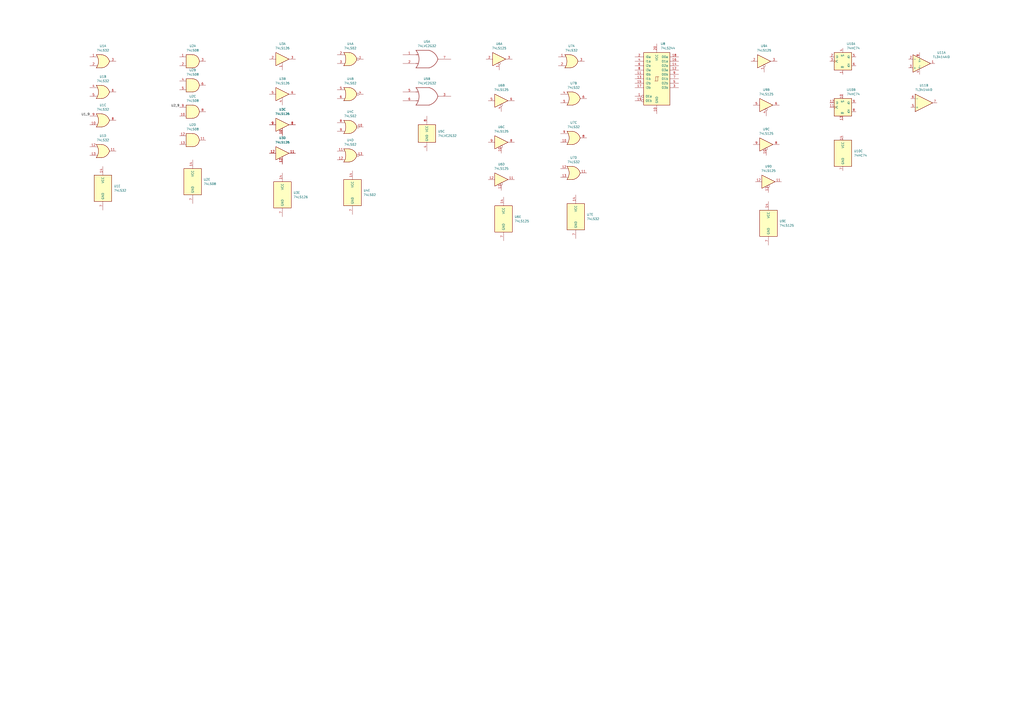
<source format=kicad_sch>
(kicad_sch (version 20231120) (generator "eeschema") (generator_version "8.0")
  (paper "A2")
  (lib_symbols
    (symbol "74xGxx:74LVC2G32"
      (property "Reference" "U" (at -7.62 7.62 0))
      (property "Value" "74LVC2G32" (at -7.62 -7.62 0))
      (symbol "74LVC2G32_1_1"
        (arc (start -7.62 -5.08) (mid -5.838 0) (end -7.62 5.08) (stroke (width 0.254)))
        (arc (start 0 -5.08) (mid 3.1986 -3.2054) (end 5.08 0) (stroke (width 0.254)))
        (polyline (pts (xy -7.62 -2.54) (xy -6.35 -2.54)) (stroke (width 0.254)) (fill (type background)))
        (polyline (pts (xy -7.62 2.54) (xy -6.35 2.54)) (stroke (width 0.254)) (fill (type background)))
        (polyline (pts (xy 0 -5.08) (xy -7.62 -5.08)) (stroke (width 0.254)) (fill (type background)))
        (polyline (pts (xy 0 5.08) (xy -7.62 5.08)) (stroke (width 0.254)) (fill (type background)))
        (arc (start 5.08 0) (mid 3.2238 3.2304) (end 0 5.08) (stroke (width 0.254)))
        (pin input line (at -15.24 2.54 0) (length 7.62) (name "~") (number "1"))
        (pin input line (at -15.24 -2.54 0) (length 7.62) (name "~") (number "2"))
        (pin output line (at 12.7 0 180) (length 7.62) (name "~") (number "7"))
      )
      (symbol "74LVC2G32_2_1"
        (arc (start -7.62 -5.08) (mid -5.838 0) (end -7.62 5.08) (stroke (width 0.254)))
        (arc (start 0 -5.08) (mid 3.1986 -3.2054) (end 5.08 0) (stroke (width 0.254)))
        (polyline (pts (xy -7.62 -2.54) (xy -6.35 -2.54)) (stroke (width 0.254)) (fill (type background)))
        (polyline (pts (xy -7.62 2.54) (xy -6.35 2.54)) (stroke (width 0.254)) (fill (type background)))
        (polyline (pts (xy 0 -5.08) (xy -7.62 -5.08)) (stroke (width 0.254)) (fill (type background)))
        (polyline (pts (xy 0 5.08) (xy -7.62 5.08)) (stroke (width 0.254)) (fill (type background)))
        (arc (start 5.08 0) (mid 3.2238 3.2304) (end 0 5.08) (stroke (width 0.254)))
        (pin output line (at 12.7 0 180) (length 7.62) (name "~") (number "3"))
        (pin input line (at -15.24 2.54 0) (length 7.62) (name "~") (number "5"))
        (pin input line (at -15.24 -2.54 0) (length 7.62) (name "~") (number "6"))
      )
      (symbol "74LVC2G32_3_0"
        (rectangle (start -5.08 -5.08) (end 5.08 5.08) (stroke (width 0.254)) (fill (type background)))
      )
      (symbol "74LVC2G32_3_1"
        (pin power_in line (at 0 -10.16 90) (length 5.08) (name "GND") (number "4"))
        (pin power_in line (at 0 10.16 270) (length 5.08) (name "VCC") (number "8"))
      )
    )
    (symbol "74xx:74HC74" (pin_names (offset 1.016))
      (property "Reference" "U" (at -7.62 8.89 0))
      (property "Value" "74HC74" (at -7.62 -8.89 0))
      (symbol "74HC74_1_0"
        (pin input line (at 0 -7.62 90) (length 2.54) (name "~{R}") (number "1"))
        (pin input line (at -7.62 2.54 0) (length 2.54) (name "D") (number "2"))
        (pin input clock (at -7.62 0 0) (length 2.54) (name "C") (number "3"))
        (pin input line (at 0 7.62 270) (length 2.54) (name "~{S}") (number "4"))
        (pin output line (at 7.62 2.54 180) (length 2.54) (name "Q") (number "5"))
        (pin output line (at 7.62 -2.54 180) (length 2.54) (name "~{Q}") (number "6"))
      )
      (symbol "74HC74_1_1"
        (rectangle (start -5.08 5.08) (end 5.08 -5.08) (stroke (width 0.254)) (fill (type background)))
      )
      (symbol "74HC74_2_0"
        (pin input line (at 0 7.62 270) (length 2.54) (name "~{S}") (number "10"))
        (pin input clock (at -7.62 0 0) (length 2.54) (name "C") (number "11"))
        (pin input line (at -7.62 2.54 0) (length 2.54) (name "D") (number "12"))
        (pin input line (at 0 -7.62 90) (length 2.54) (name "~{R}") (number "13"))
        (pin output line (at 7.62 -2.54 180) (length 2.54) (name "~{Q}") (number "8"))
        (pin output line (at 7.62 2.54 180) (length 2.54) (name "Q") (number "9"))
      )
      (symbol "74HC74_2_1"
        (rectangle (start -5.08 5.08) (end 5.08 -5.08) (stroke (width 0.254)) (fill (type background)))
      )
      (symbol "74HC74_3_0"
        (pin power_in line (at 0 10.16 270) (length 2.54) (name "VCC") (number "14"))
        (pin power_in line (at 0 -10.16 90) (length 2.54) (name "GND") (number "7"))
      )
      (symbol "74HC74_3_1"
        (rectangle (start -5.08 7.62) (end 5.08 -7.62) (stroke (width 0.254)) (fill (type background)))
      )
    )
    (symbol "74xx:74LS02" (pin_names (offset 1.016))
      (property "Reference" "U" (at 0 1.27 0))
      (property "Value" "74LS02" (at 0 -1.27 0))
      (symbol "74LS02_1_1"
        (arc (start -3.81 -3.81) (mid -2.589 0) (end -3.81 3.81) (stroke (width 0.254)))
        (arc (start -0.6096 -3.81) (mid 2.1842 -2.5851) (end 3.81 0) (stroke (width 0.254)) (fill (type background)))
        (polyline (pts (xy -3.81 -3.81) (xy -0.635 -3.81)) (stroke (width 0.254)) (fill (type background)))
        (polyline (pts (xy -3.81 3.81) (xy -0.635 3.81)) (stroke (width 0.254)) (fill (type background)))
        (polyline (pts (xy -0.635 3.81) (xy -3.81 3.81) (xy -3.81 3.81) (xy -3.556 3.4036) (xy -3.0226 2.2606) (xy -2.6924 1.0414) (xy -2.6162 -0.254) (xy -2.7686 -1.4986) (xy -3.175 -2.7178) (xy -3.81 -3.81) (xy -3.81 -3.81) (xy -0.635 -3.81)) (stroke (width -25.4)) (fill (type background)))
        (arc (start 3.81 0) (mid 2.1915 2.5936) (end -0.6096 3.81) (stroke (width 0.254)) (fill (type background)))
        (pin output inverted (at 7.62 0 180) (length 3.81) (name "~") (number "1"))
        (pin input line (at -7.62 2.54 0) (length 4.318) (name "~") (number "2"))
        (pin input line (at -7.62 -2.54 0) (length 4.318) (name "~") (number "3"))
      )
      (symbol "74LS02_1_2"
        (arc (start 0 -3.81) (mid 3.7934 0) (end 0 3.81) (stroke (width 0.254)) (fill (type background)))
        (polyline (pts (xy 0 3.81) (xy -3.81 3.81) (xy -3.81 -3.81) (xy 0 -3.81)) (stroke (width 0.254)) (fill (type background)))
        (pin output line (at 7.62 0 180) (length 3.81) (name "~") (number "1"))
        (pin input inverted (at -7.62 2.54 0) (length 3.81) (name "~") (number "2"))
        (pin input inverted (at -7.62 -2.54 0) (length 3.81) (name "~") (number "3"))
      )
      (symbol "74LS02_2_1"
        (arc (start -3.81 -3.81) (mid -2.589 0) (end -3.81 3.81) (stroke (width 0.254)))
        (arc (start -0.6096 -3.81) (mid 2.1842 -2.5851) (end 3.81 0) (stroke (width 0.254)) (fill (type background)))
        (polyline (pts (xy -3.81 -3.81) (xy -0.635 -3.81)) (stroke (width 0.254)) (fill (type background)))
        (polyline (pts (xy -3.81 3.81) (xy -0.635 3.81)) (stroke (width 0.254)) (fill (type background)))
        (polyline (pts (xy -0.635 3.81) (xy -3.81 3.81) (xy -3.81 3.81) (xy -3.556 3.4036) (xy -3.0226 2.2606) (xy -2.6924 1.0414) (xy -2.6162 -0.254) (xy -2.7686 -1.4986) (xy -3.175 -2.7178) (xy -3.81 -3.81) (xy -3.81 -3.81) (xy -0.635 -3.81)) (stroke (width -25.4)) (fill (type background)))
        (arc (start 3.81 0) (mid 2.1915 2.5936) (end -0.6096 3.81) (stroke (width 0.254)) (fill (type background)))
        (pin output inverted (at 7.62 0 180) (length 3.81) (name "~") (number "4"))
        (pin input line (at -7.62 2.54 0) (length 4.318) (name "~") (number "5"))
        (pin input line (at -7.62 -2.54 0) (length 4.318) (name "~") (number "6"))
      )
      (symbol "74LS02_2_2"
        (arc (start 0 -3.81) (mid 3.7934 0) (end 0 3.81) (stroke (width 0.254)) (fill (type background)))
        (polyline (pts (xy 0 3.81) (xy -3.81 3.81) (xy -3.81 -3.81) (xy 0 -3.81)) (stroke (width 0.254)) (fill (type background)))
        (pin output line (at 7.62 0 180) (length 3.81) (name "~") (number "4"))
        (pin input inverted (at -7.62 2.54 0) (length 3.81) (name "~") (number "5"))
        (pin input inverted (at -7.62 -2.54 0) (length 3.81) (name "~") (number "6"))
      )
      (symbol "74LS02_3_1"
        (arc (start -3.81 -3.81) (mid -2.589 0) (end -3.81 3.81) (stroke (width 0.254)))
        (arc (start -0.6096 -3.81) (mid 2.1842 -2.5851) (end 3.81 0) (stroke (width 0.254)) (fill (type background)))
        (polyline (pts (xy -3.81 -3.81) (xy -0.635 -3.81)) (stroke (width 0.254)) (fill (type background)))
        (polyline (pts (xy -3.81 3.81) (xy -0.635 3.81)) (stroke (width 0.254)) (fill (type background)))
        (polyline (pts (xy -0.635 3.81) (xy -3.81 3.81) (xy -3.81 3.81) (xy -3.556 3.4036) (xy -3.0226 2.2606) (xy -2.6924 1.0414) (xy -2.6162 -0.254) (xy -2.7686 -1.4986) (xy -3.175 -2.7178) (xy -3.81 -3.81) (xy -3.81 -3.81) (xy -0.635 -3.81)) (stroke (width -25.4)) (fill (type background)))
        (arc (start 3.81 0) (mid 2.1915 2.5936) (end -0.6096 3.81) (stroke (width 0.254)) (fill (type background)))
        (pin output inverted (at 7.62 0 180) (length 3.81) (name "~") (number "10"))
        (pin input line (at -7.62 2.54 0) (length 4.318) (name "~") (number "8"))
        (pin input line (at -7.62 -2.54 0) (length 4.318) (name "~") (number "9"))
      )
      (symbol "74LS02_3_2"
        (arc (start 0 -3.81) (mid 3.7934 0) (end 0 3.81) (stroke (width 0.254)) (fill (type background)))
        (polyline (pts (xy 0 3.81) (xy -3.81 3.81) (xy -3.81 -3.81) (xy 0 -3.81)) (stroke (width 0.254)) (fill (type background)))
        (pin output line (at 7.62 0 180) (length 3.81) (name "~") (number "10"))
        (pin input inverted (at -7.62 2.54 0) (length 3.81) (name "~") (number "8"))
        (pin input inverted (at -7.62 -2.54 0) (length 3.81) (name "~") (number "9"))
      )
      (symbol "74LS02_4_1"
        (arc (start -3.81 -3.81) (mid -2.589 0) (end -3.81 3.81) (stroke (width 0.254)))
        (arc (start -0.6096 -3.81) (mid 2.1842 -2.5851) (end 3.81 0) (stroke (width 0.254)) (fill (type background)))
        (polyline (pts (xy -3.81 -3.81) (xy -0.635 -3.81)) (stroke (width 0.254)) (fill (type background)))
        (polyline (pts (xy -3.81 3.81) (xy -0.635 3.81)) (stroke (width 0.254)) (fill (type background)))
        (polyline (pts (xy -0.635 3.81) (xy -3.81 3.81) (xy -3.81 3.81) (xy -3.556 3.4036) (xy -3.0226 2.2606) (xy -2.6924 1.0414) (xy -2.6162 -0.254) (xy -2.7686 -1.4986) (xy -3.175 -2.7178) (xy -3.81 -3.81) (xy -3.81 -3.81) (xy -0.635 -3.81)) (stroke (width -25.4)) (fill (type background)))
        (arc (start 3.81 0) (mid 2.1915 2.5936) (end -0.6096 3.81) (stroke (width 0.254)) (fill (type background)))
        (pin input line (at -7.62 2.54 0) (length 4.318) (name "~") (number "11"))
        (pin input line (at -7.62 -2.54 0) (length 4.318) (name "~") (number "12"))
        (pin output inverted (at 7.62 0 180) (length 3.81) (name "~") (number "13"))
      )
      (symbol "74LS02_4_2"
        (arc (start 0 -3.81) (mid 3.7934 0) (end 0 3.81) (stroke (width 0.254)) (fill (type background)))
        (polyline (pts (xy 0 3.81) (xy -3.81 3.81) (xy -3.81 -3.81) (xy 0 -3.81)) (stroke (width 0.254)) (fill (type background)))
        (pin input inverted (at -7.62 2.54 0) (length 3.81) (name "~") (number "11"))
        (pin input inverted (at -7.62 -2.54 0) (length 3.81) (name "~") (number "12"))
        (pin output line (at 7.62 0 180) (length 3.81) (name "~") (number "13"))
      )
      (symbol "74LS02_5_0"
        (pin power_in line (at 0 12.7 270) (length 5.08) (name "VCC") (number "14"))
        (pin power_in line (at 0 -12.7 90) (length 5.08) (name "GND") (number "7"))
      )
      (symbol "74LS02_5_1"
        (rectangle (start -5.08 7.62) (end 5.08 -7.62) (stroke (width 0.254)) (fill (type background)))
      )
    )
    (symbol "74xx:74LS08" (pin_names (offset 1.016))
      (property "Reference" "U" (at 0 1.27 0))
      (property "Value" "74LS08" (at 0 -1.27 0))
      (symbol "74LS08_1_1"
        (arc (start 0 -3.81) (mid 3.7934 0) (end 0 3.81) (stroke (width 0.254)) (fill (type background)))
        (polyline (pts (xy 0 3.81) (xy -3.81 3.81) (xy -3.81 -3.81) (xy 0 -3.81)) (stroke (width 0.254)) (fill (type background)))
        (pin input line (at -7.62 2.54 0) (length 3.81) (name "~") (number "1"))
        (pin input line (at -7.62 -2.54 0) (length 3.81) (name "~") (number "2"))
        (pin output line (at 7.62 0 180) (length 3.81) (name "~") (number "3"))
      )
      (symbol "74LS08_1_2"
        (arc (start -3.81 -3.81) (mid -2.589 0) (end -3.81 3.81) (stroke (width 0.254)))
        (arc (start -0.6096 -3.81) (mid 2.1842 -2.5851) (end 3.81 0) (stroke (width 0.254)) (fill (type background)))
        (polyline (pts (xy -3.81 -3.81) (xy -0.635 -3.81)) (stroke (width 0.254)) (fill (type background)))
        (polyline (pts (xy -3.81 3.81) (xy -0.635 3.81)) (stroke (width 0.254)) (fill (type background)))
        (polyline (pts (xy -0.635 3.81) (xy -3.81 3.81) (xy -3.81 3.81) (xy -3.556 3.4036) (xy -3.0226 2.2606) (xy -2.6924 1.0414) (xy -2.6162 -0.254) (xy -2.7686 -1.4986) (xy -3.175 -2.7178) (xy -3.81 -3.81) (xy -3.81 -3.81) (xy -0.635 -3.81)) (stroke (width -25.4)) (fill (type background)))
        (arc (start 3.81 0) (mid 2.1915 2.5936) (end -0.6096 3.81) (stroke (width 0.254)) (fill (type background)))
        (pin input inverted (at -7.62 2.54 0) (length 4.318) (name "~") (number "1"))
        (pin input inverted (at -7.62 -2.54 0) (length 4.318) (name "~") (number "2"))
        (pin output inverted (at 7.62 0 180) (length 3.81) (name "~") (number "3"))
      )
      (symbol "74LS08_2_1"
        (arc (start 0 -3.81) (mid 3.7934 0) (end 0 3.81) (stroke (width 0.254)) (fill (type background)))
        (polyline (pts (xy 0 3.81) (xy -3.81 3.81) (xy -3.81 -3.81) (xy 0 -3.81)) (stroke (width 0.254)) (fill (type background)))
        (pin input line (at -7.62 2.54 0) (length 3.81) (name "~") (number "4"))
        (pin input line (at -7.62 -2.54 0) (length 3.81) (name "~") (number "5"))
        (pin output line (at 7.62 0 180) (length 3.81) (name "~") (number "6"))
      )
      (symbol "74LS08_2_2"
        (arc (start -3.81 -3.81) (mid -2.589 0) (end -3.81 3.81) (stroke (width 0.254)))
        (arc (start -0.6096 -3.81) (mid 2.1842 -2.5851) (end 3.81 0) (stroke (width 0.254)) (fill (type background)))
        (polyline (pts (xy -3.81 -3.81) (xy -0.635 -3.81)) (stroke (width 0.254)) (fill (type background)))
        (polyline (pts (xy -3.81 3.81) (xy -0.635 3.81)) (stroke (width 0.254)) (fill (type background)))
        (polyline (pts (xy -0.635 3.81) (xy -3.81 3.81) (xy -3.81 3.81) (xy -3.556 3.4036) (xy -3.0226 2.2606) (xy -2.6924 1.0414) (xy -2.6162 -0.254) (xy -2.7686 -1.4986) (xy -3.175 -2.7178) (xy -3.81 -3.81) (xy -3.81 -3.81) (xy -0.635 -3.81)) (stroke (width -25.4)) (fill (type background)))
        (arc (start 3.81 0) (mid 2.1915 2.5936) (end -0.6096 3.81) (stroke (width 0.254)) (fill (type background)))
        (pin input inverted (at -7.62 2.54 0) (length 4.318) (name "~") (number "4"))
        (pin input inverted (at -7.62 -2.54 0) (length 4.318) (name "~") (number "5"))
        (pin output inverted (at 7.62 0 180) (length 3.81) (name "~") (number "6"))
      )
      (symbol "74LS08_3_1"
        (arc (start 0 -3.81) (mid 3.7934 0) (end 0 3.81) (stroke (width 0.254)) (fill (type background)))
        (polyline (pts (xy 0 3.81) (xy -3.81 3.81) (xy -3.81 -3.81) (xy 0 -3.81)) (stroke (width 0.254)) (fill (type background)))
        (pin input line (at -7.62 -2.54 0) (length 3.81) (name "~") (number "10"))
        (pin output line (at 7.62 0 180) (length 3.81) (name "~") (number "8"))
        (pin input line (at -7.62 2.54 0) (length 3.81) (name "~") (number "9"))
      )
      (symbol "74LS08_3_2"
        (arc (start -3.81 -3.81) (mid -2.589 0) (end -3.81 3.81) (stroke (width 0.254)))
        (arc (start -0.6096 -3.81) (mid 2.1842 -2.5851) (end 3.81 0) (stroke (width 0.254)) (fill (type background)))
        (polyline (pts (xy -3.81 -3.81) (xy -0.635 -3.81)) (stroke (width 0.254)) (fill (type background)))
        (polyline (pts (xy -3.81 3.81) (xy -0.635 3.81)) (stroke (width 0.254)) (fill (type background)))
        (polyline (pts (xy -0.635 3.81) (xy -3.81 3.81) (xy -3.81 3.81) (xy -3.556 3.4036) (xy -3.0226 2.2606) (xy -2.6924 1.0414) (xy -2.6162 -0.254) (xy -2.7686 -1.4986) (xy -3.175 -2.7178) (xy -3.81 -3.81) (xy -3.81 -3.81) (xy -0.635 -3.81)) (stroke (width -25.4)) (fill (type background)))
        (arc (start 3.81 0) (mid 2.1915 2.5936) (end -0.6096 3.81) (stroke (width 0.254)) (fill (type background)))
        (pin input inverted (at -7.62 -2.54 0) (length 4.318) (name "~") (number "10"))
        (pin output inverted (at 7.62 0 180) (length 3.81) (name "~") (number "8"))
        (pin input inverted (at -7.62 2.54 0) (length 4.318) (name "~") (number "9"))
      )
      (symbol "74LS08_4_1"
        (arc (start 0 -3.81) (mid 3.7934 0) (end 0 3.81) (stroke (width 0.254)) (fill (type background)))
        (polyline (pts (xy 0 3.81) (xy -3.81 3.81) (xy -3.81 -3.81) (xy 0 -3.81)) (stroke (width 0.254)) (fill (type background)))
        (pin output line (at 7.62 0 180) (length 3.81) (name "~") (number "11"))
        (pin input line (at -7.62 2.54 0) (length 3.81) (name "~") (number "12"))
        (pin input line (at -7.62 -2.54 0) (length 3.81) (name "~") (number "13"))
      )
      (symbol "74LS08_4_2"
        (arc (start -3.81 -3.81) (mid -2.589 0) (end -3.81 3.81) (stroke (width 0.254)))
        (arc (start -0.6096 -3.81) (mid 2.1842 -2.5851) (end 3.81 0) (stroke (width 0.254)) (fill (type background)))
        (polyline (pts (xy -3.81 -3.81) (xy -0.635 -3.81)) (stroke (width 0.254)) (fill (type background)))
        (polyline (pts (xy -3.81 3.81) (xy -0.635 3.81)) (stroke (width 0.254)) (fill (type background)))
        (polyline (pts (xy -0.635 3.81) (xy -3.81 3.81) (xy -3.81 3.81) (xy -3.556 3.4036) (xy -3.0226 2.2606) (xy -2.6924 1.0414) (xy -2.6162 -0.254) (xy -2.7686 -1.4986) (xy -3.175 -2.7178) (xy -3.81 -3.81) (xy -3.81 -3.81) (xy -0.635 -3.81)) (stroke (width -25.4)) (fill (type background)))
        (arc (start 3.81 0) (mid 2.1915 2.5936) (end -0.6096 3.81) (stroke (width 0.254)) (fill (type background)))
        (pin output inverted (at 7.62 0 180) (length 3.81) (name "~") (number "11"))
        (pin input inverted (at -7.62 2.54 0) (length 4.318) (name "~") (number "12"))
        (pin input inverted (at -7.62 -2.54 0) (length 4.318) (name "~") (number "13"))
      )
      (symbol "74LS08_5_0"
        (pin power_in line (at 0 12.7 270) (length 5.08) (name "VCC") (number "14"))
        (pin power_in line (at 0 -12.7 90) (length 5.08) (name "GND") (number "7"))
      )
      (symbol "74LS08_5_1"
        (rectangle (start -5.08 7.62) (end 5.08 -7.62) (stroke (width 0.254)) (fill (type background)))
      )
    )
    (symbol "74xx:74LS125" (pin_names (offset 1.016))
      (property "Reference" "U" (at 0 1.27 0))
      (property "Value" "74LS125" (at 0 -1.27 0))
      (symbol "74LS125_1_0"
        (polyline (pts (xy -3.81 3.81) (xy -3.81 -3.81) (xy 3.81 0) (xy -3.81 3.81)) (stroke (width 0.254)) (fill (type background)))
        (pin input inverted (at 0 -6.35 90) (length 4.445) (name "~") (number "1"))
        (pin input line (at -7.62 0 0) (length 3.81) (name "~") (number "2"))
        (pin tri_state line (at 7.62 0 180) (length 3.81) (name "~") (number "3"))
      )
      (symbol "74LS125_2_0"
        (polyline (pts (xy -3.81 3.81) (xy -3.81 -3.81) (xy 3.81 0) (xy -3.81 3.81)) (stroke (width 0.254)) (fill (type background)))
        (pin input inverted (at 0 -6.35 90) (length 4.445) (name "~") (number "4"))
        (pin input line (at -7.62 0 0) (length 3.81) (name "~") (number "5"))
        (pin tri_state line (at 7.62 0 180) (length 3.81) (name "~") (number "6"))
      )
      (symbol "74LS125_3_0"
        (polyline (pts (xy -3.81 3.81) (xy -3.81 -3.81) (xy 3.81 0) (xy -3.81 3.81)) (stroke (width 0.254)) (fill (type background)))
        (pin input inverted (at 0 -6.35 90) (length 4.445) (name "~") (number "10"))
        (pin tri_state line (at 7.62 0 180) (length 3.81) (name "~") (number "8"))
        (pin input line (at -7.62 0 0) (length 3.81) (name "~") (number "9"))
      )
      (symbol "74LS125_4_0"
        (polyline (pts (xy -3.81 3.81) (xy -3.81 -3.81) (xy 3.81 0) (xy -3.81 3.81)) (stroke (width 0.254)) (fill (type background)))
        (pin tri_state line (at 7.62 0 180) (length 3.81) (name "~") (number "11"))
        (pin input line (at -7.62 0 0) (length 3.81) (name "~") (number "12"))
        (pin input inverted (at 0 -6.35 90) (length 4.445) (name "~") (number "13"))
      )
      (symbol "74LS125_5_0"
        (pin power_in line (at 0 12.7 270) (length 5.08) (name "VCC") (number "14"))
        (pin power_in line (at 0 -12.7 90) (length 5.08) (name "GND") (number "7"))
      )
      (symbol "74LS125_5_1"
        (rectangle (start -5.08 7.62) (end 5.08 -7.62) (stroke (width 0.254)) (fill (type background)))
      )
    )
    (symbol "74xx:74LS126" (pin_names (offset 1.016))
      (property "Reference" "U" (at 0 1.27 0))
      (property "Value" "74LS126" (at 0 -1.27 0))
      (symbol "74LS126_1_0"
        (polyline (pts (xy -3.81 3.81) (xy -3.81 -3.81) (xy 3.81 0) (xy -3.81 3.81)) (stroke (width 0.254)) (fill (type background)))
        (pin input line (at 0 -6.35 90) (length 4.445) (name "~") (number "1"))
        (pin input line (at -7.62 0 0) (length 3.81) (name "~") (number "2"))
        (pin tri_state line (at 7.62 0 180) (length 3.81) (name "~") (number "3"))
      )
      (symbol "74LS126_2_0"
        (polyline (pts (xy -3.81 3.81) (xy -3.81 -3.81) (xy 3.81 0) (xy -3.81 3.81)) (stroke (width 0.254)) (fill (type background)))
        (pin input line (at 0 -6.35 90) (length 4.445) (name "~") (number "4"))
        (pin input line (at -7.62 0 0) (length 3.81) (name "~") (number "5"))
        (pin tri_state line (at 7.62 0 180) (length 3.81) (name "~") (number "6"))
      )
      (symbol "74LS126_3_0"
        (polyline (pts (xy -3.81 3.81) (xy -3.81 -3.81) (xy 3.81 0) (xy -3.81 3.81)) (stroke (width 0.254)) (fill (type background)))
        (pin input line (at 0 -6.35 90) (length 4.445) (name "~") (number "10"))
        (pin tri_state line (at 7.62 0 180) (length 3.81) (name "~") (number "8"))
        (pin input line (at -7.62 0 0) (length 3.81) (name "~") (number "9"))
      )
      (symbol "74LS126_4_0"
        (polyline (pts (xy -3.81 3.81) (xy -3.81 -3.81) (xy 3.81 0) (xy -3.81 3.81)) (stroke (width 0.254)) (fill (type background)))
        (pin tri_state line (at 7.62 0 180) (length 3.81) (name "~") (number "11"))
        (pin input line (at -7.62 0 0) (length 3.81) (name "~") (number "12"))
        (pin input line (at 0 -6.35 90) (length 4.445) (name "~") (number "13"))
      )
      (symbol "74LS126_5_0"
        (pin power_in line (at 0 12.7 270) (length 5.08) (name "VCC") (number "14"))
        (pin power_in line (at 0 -12.7 90) (length 5.08) (name "GND") (number "7"))
      )
      (symbol "74LS126_5_1"
        (rectangle (start -5.08 7.62) (end 5.08 -7.62) (stroke (width 0.254)) (fill (type background)))
      )
    )
    (symbol "74xx:74LS244" (pin_names (offset 1.016))
      (property "Reference" "U" (at -7.62 16.51 0))
      (property "Value" "74LS244" (at -7.62 -16.51 0))
      (symbol "74LS244_1_0"
        (polyline (pts (xy -0.635 -1.27) (xy -0.635 1.27) (xy 0.635 1.27)))
        (polyline (pts (xy -1.27 -1.27) (xy 0.635 -1.27) (xy 0.635 1.27) (xy 1.27 1.27)))
        (pin input inverted (at -12.7 -10.16 0) (length 5.08) (name "OEa") (number "1"))
        (pin power_in line (at 0 -20.32 90) (length 5.08) (name "GND") (number "10"))
        (pin input line (at -12.7 2.54 0) (length 5.08) (name "I0b") (number "11"))
        (pin tri_state line (at 12.7 5.08 180) (length 5.08) (name "O3a") (number "12"))
        (pin input line (at -12.7 0 0) (length 5.08) (name "I1b") (number "13"))
        (pin tri_state line (at 12.7 7.62 180) (length 5.08) (name "O2a") (number "14"))
        (pin input line (at -12.7 -2.54 0) (length 5.08) (name "I2b") (number "15"))
        (pin tri_state line (at 12.7 10.16 180) (length 5.08) (name "O1a") (number "16"))
        (pin input line (at -12.7 -5.08 0) (length 5.08) (name "I3b") (number "17"))
        (pin tri_state line (at 12.7 12.7 180) (length 5.08) (name "O0a") (number "18"))
        (pin input inverted (at -12.7 -12.7 0) (length 5.08) (name "OEb") (number "19"))
        (pin input line (at -12.7 12.7 0) (length 5.08) (name "I0a") (number "2"))
        (pin power_in line (at 0 20.32 270) (length 5.08) (name "VCC") (number "20"))
        (pin tri_state line (at 12.7 -5.08 180) (length 5.08) (name "O3b") (number "3"))
        (pin input line (at -12.7 10.16 0) (length 5.08) (name "I1a") (number "4"))
        (pin tri_state line (at 12.7 -2.54 180) (length 5.08) (name "O2b") (number "5"))
        (pin input line (at -12.7 7.62 0) (length 5.08) (name "I2a") (number "6"))
        (pin tri_state line (at 12.7 0 180) (length 5.08) (name "O1b") (number "7"))
        (pin input line (at -12.7 5.08 0) (length 5.08) (name "I3a") (number "8"))
        (pin tri_state line (at 12.7 2.54 180) (length 5.08) (name "O0b") (number "9"))
      )
      (symbol "74LS244_1_1"
        (rectangle (start -7.62 15.24) (end 7.62 -15.24) (stroke (width 0.254)) (fill (type background)))
      )
    )
    (symbol "74xx:74LS32" (pin_names (offset 1.016))
      (property "Reference" "U" (at 0 1.27 0))
      (property "Value" "74LS32" (at 0 -1.27 0))
      (symbol "74LS32_1_1"
        (arc (start -3.81 -3.81) (mid -2.589 0) (end -3.81 3.81) (stroke (width 0.254)))
        (arc (start -0.6096 -3.81) (mid 2.1842 -2.5851) (end 3.81 0) (stroke (width 0.254)) (fill (type background)))
        (polyline (pts (xy -3.81 -3.81) (xy -0.635 -3.81)) (stroke (width 0.254)) (fill (type background)))
        (polyline (pts (xy -3.81 3.81) (xy -0.635 3.81)) (stroke (width 0.254)) (fill (type background)))
        (polyline (pts (xy -0.635 3.81) (xy -3.81 3.81) (xy -3.81 3.81) (xy -3.556 3.4036) (xy -3.0226 2.2606) (xy -2.6924 1.0414) (xy -2.6162 -0.254) (xy -2.7686 -1.4986) (xy -3.175 -2.7178) (xy -3.81 -3.81) (xy -3.81 -3.81) (xy -0.635 -3.81)) (stroke (width -25.4)) (fill (type background)))
        (arc (start 3.81 0) (mid 2.1915 2.5936) (end -0.6096 3.81) (stroke (width 0.254)) (fill (type background)))
        (pin input line (at -7.62 2.54 0) (length 4.318) (name "~") (number "1"))
        (pin input line (at -7.62 -2.54 0) (length 4.318) (name "~") (number "2"))
        (pin output line (at 7.62 0 180) (length 3.81) (name "~") (number "3"))
      )
      (symbol "74LS32_1_2"
        (arc (start 0 -3.81) (mid 3.7934 0) (end 0 3.81) (stroke (width 0.254)) (fill (type background)))
        (polyline (pts (xy 0 3.81) (xy -3.81 3.81) (xy -3.81 -3.81) (xy 0 -3.81)) (stroke (width 0.254)) (fill (type background)))
        (pin input inverted (at -7.62 2.54 0) (length 3.81) (name "~") (number "1"))
        (pin input inverted (at -7.62 -2.54 0) (length 3.81) (name "~") (number "2"))
        (pin output inverted (at 7.62 0 180) (length 3.81) (name "~") (number "3"))
      )
      (symbol "74LS32_2_1"
        (arc (start -3.81 -3.81) (mid -2.589 0) (end -3.81 3.81) (stroke (width 0.254)))
        (arc (start -0.6096 -3.81) (mid 2.1842 -2.5851) (end 3.81 0) (stroke (width 0.254)) (fill (type background)))
        (polyline (pts (xy -3.81 -3.81) (xy -0.635 -3.81)) (stroke (width 0.254)) (fill (type background)))
        (polyline (pts (xy -3.81 3.81) (xy -0.635 3.81)) (stroke (width 0.254)) (fill (type background)))
        (polyline (pts (xy -0.635 3.81) (xy -3.81 3.81) (xy -3.81 3.81) (xy -3.556 3.4036) (xy -3.0226 2.2606) (xy -2.6924 1.0414) (xy -2.6162 -0.254) (xy -2.7686 -1.4986) (xy -3.175 -2.7178) (xy -3.81 -3.81) (xy -3.81 -3.81) (xy -0.635 -3.81)) (stroke (width -25.4)) (fill (type background)))
        (arc (start 3.81 0) (mid 2.1915 2.5936) (end -0.6096 3.81) (stroke (width 0.254)) (fill (type background)))
        (pin input line (at -7.62 2.54 0) (length 4.318) (name "~") (number "4"))
        (pin input line (at -7.62 -2.54 0) (length 4.318) (name "~") (number "5"))
        (pin output line (at 7.62 0 180) (length 3.81) (name "~") (number "6"))
      )
      (symbol "74LS32_2_2"
        (arc (start 0 -3.81) (mid 3.7934 0) (end 0 3.81) (stroke (width 0.254)) (fill (type background)))
        (polyline (pts (xy 0 3.81) (xy -3.81 3.81) (xy -3.81 -3.81) (xy 0 -3.81)) (stroke (width 0.254)) (fill (type background)))
        (pin input inverted (at -7.62 2.54 0) (length 3.81) (name "~") (number "4"))
        (pin input inverted (at -7.62 -2.54 0) (length 3.81) (name "~") (number "5"))
        (pin output inverted (at 7.62 0 180) (length 3.81) (name "~") (number "6"))
      )
      (symbol "74LS32_3_1"
        (arc (start -3.81 -3.81) (mid -2.589 0) (end -3.81 3.81) (stroke (width 0.254)))
        (arc (start -0.6096 -3.81) (mid 2.1842 -2.5851) (end 3.81 0) (stroke (width 0.254)) (fill (type background)))
        (polyline (pts (xy -3.81 -3.81) (xy -0.635 -3.81)) (stroke (width 0.254)) (fill (type background)))
        (polyline (pts (xy -3.81 3.81) (xy -0.635 3.81)) (stroke (width 0.254)) (fill (type background)))
        (polyline (pts (xy -0.635 3.81) (xy -3.81 3.81) (xy -3.81 3.81) (xy -3.556 3.4036) (xy -3.0226 2.2606) (xy -2.6924 1.0414) (xy -2.6162 -0.254) (xy -2.7686 -1.4986) (xy -3.175 -2.7178) (xy -3.81 -3.81) (xy -3.81 -3.81) (xy -0.635 -3.81)) (stroke (width -25.4)) (fill (type background)))
        (arc (start 3.81 0) (mid 2.1915 2.5936) (end -0.6096 3.81) (stroke (width 0.254)) (fill (type background)))
        (pin input line (at -7.62 -2.54 0) (length 4.318) (name "~") (number "10"))
        (pin output line (at 7.62 0 180) (length 3.81) (name "~") (number "8"))
        (pin input line (at -7.62 2.54 0) (length 4.318) (name "~") (number "9"))
      )
      (symbol "74LS32_3_2"
        (arc (start 0 -3.81) (mid 3.7934 0) (end 0 3.81) (stroke (width 0.254)) (fill (type background)))
        (polyline (pts (xy 0 3.81) (xy -3.81 3.81) (xy -3.81 -3.81) (xy 0 -3.81)) (stroke (width 0.254)) (fill (type background)))
        (pin input inverted (at -7.62 -2.54 0) (length 3.81) (name "~") (number "10"))
        (pin output inverted (at 7.62 0 180) (length 3.81) (name "~") (number "8"))
        (pin input inverted (at -7.62 2.54 0) (length 3.81) (name "~") (number "9"))
      )
      (symbol "74LS32_4_1"
        (arc (start -3.81 -3.81) (mid -2.589 0) (end -3.81 3.81) (stroke (width 0.254)))
        (arc (start -0.6096 -3.81) (mid 2.1842 -2.5851) (end 3.81 0) (stroke (width 0.254)) (fill (type background)))
        (polyline (pts (xy -3.81 -3.81) (xy -0.635 -3.81)) (stroke (width 0.254)) (fill (type background)))
        (polyline (pts (xy -3.81 3.81) (xy -0.635 3.81)) (stroke (width 0.254)) (fill (type background)))
        (polyline (pts (xy -0.635 3.81) (xy -3.81 3.81) (xy -3.81 3.81) (xy -3.556 3.4036) (xy -3.0226 2.2606) (xy -2.6924 1.0414) (xy -2.6162 -0.254) (xy -2.7686 -1.4986) (xy -3.175 -2.7178) (xy -3.81 -3.81) (xy -3.81 -3.81) (xy -0.635 -3.81)) (stroke (width -25.4)) (fill (type background)))
        (arc (start 3.81 0) (mid 2.1915 2.5936) (end -0.6096 3.81) (stroke (width 0.254)) (fill (type background)))
        (pin output line (at 7.62 0 180) (length 3.81) (name "~") (number "11"))
        (pin input line (at -7.62 2.54 0) (length 4.318) (name "~") (number "12"))
        (pin input line (at -7.62 -2.54 0) (length 4.318) (name "~") (number "13"))
      )
      (symbol "74LS32_4_2"
        (arc (start 0 -3.81) (mid 3.7934 0) (end 0 3.81) (stroke (width 0.254)) (fill (type background)))
        (polyline (pts (xy 0 3.81) (xy -3.81 3.81) (xy -3.81 -3.81) (xy 0 -3.81)) (stroke (width 0.254)) (fill (type background)))
        (pin output inverted (at 7.62 0 180) (length 3.81) (name "~") (number "11"))
        (pin input inverted (at -7.62 2.54 0) (length 3.81) (name "~") (number "12"))
        (pin input inverted (at -7.62 -2.54 0) (length 3.81) (name "~") (number "13"))
      )
      (symbol "74LS32_5_0"
        (pin power_in line (at 0 12.7 270) (length 5.08) (name "VCC") (number "14"))
        (pin power_in line (at 0 -12.7 90) (length 5.08) (name "GND") (number "7"))
      )
      (symbol "74LS32_5_1"
        (rectangle (start -5.08 7.62) (end 5.08 -7.62) (stroke (width 0.254)) (fill (type background)))
      )
    )
    (symbol "PCM_Amplifier_Operational_AKL:TL3414AID" (pin_names (offset 0.2))
      (property "Reference" "U" (at 2.54 7.62 0))
      (property "Value" "TL3414AID" (at 2.54 5.08 0))
      (symbol "TL3414AID_0_1"
        (polyline (pts (xy -3.81 5.08) (xy -3.81 -5.08) (xy 6.35 0) (xy -3.81 5.08)) (stroke (width 0.254)) (fill (type background)))
      )
      (symbol "TL3414AID_1_1"
        (pin output line (at 8.89 0 180) (length 2.54) (name "~") (number "1"))
        (pin input line (at -6.35 2.54 0) (length 2.54) (name "-") (number "2"))
        (pin input line (at -6.35 -2.54 0) (length 2.54) (name "+") (number "3"))
        (pin power_in line (at 0 -6.35 90) (length 3.18) (name "V-") (number "4"))
        (pin power_in line (at 0 6.35 270) (length 3.18) (name "V+") (number "8"))
      )
      (symbol "TL3414AID_2_1"
        (pin input line (at -6.35 -2.54 0) (length 2.54) (name "+") (number "5"))
        (pin input line (at -6.35 2.54 0) (length 2.54) (name "-") (number "6"))
        (pin output line (at 8.89 0 180) (length 2.54) (name "~") (number "7"))
      )
    )
  )
  (label "U2_9" (at 104.14 62.23 180))
  (label "U1_9" (at 52.07 67.31 180))
  (symbol (lib_id "74xx:74LS08") (at 111.76 105.41 0) (unit 5)
    (property "Reference" "U2" (at 118.11 104.1399 0) (effects (justify left)))
    (property "Value" "74LS08" (at 118.11 106.6799 0) (effects (justify left)))
    (property "Footprint" "Package_SO:TSSOP-14_4.4x5mm_P0.65mm" (effects (hide yes)))
    (property "Datasheet" "http://www.ti.com/lit/gpn/sn74LS08" (effects (hide yes)))
    (property "Description" "Quad And2" (effects (hide yes)))
  )
  (symbol (lib_id "74xx:74LS126") (at 163.83 72.39 0) (unit 3)
    (property "Reference" "U3" (at 163.83 63.5 0))
    (property "Value" "74LS126" (at 163.83 66.04 0))
    (property "Footprint" "Package_SO:TSSOP-14_4.4x5mm_P0.65mm" (effects (hide yes)))
    (property "Datasheet" "http://www.ti.com/lit/gpn/sn74LS126" (effects (hide yes)))
    (property "Description" "Quad buffer 3-State outputs" (effects (hide yes)))
  )
  (symbol (lib_id "74xx:74LS32") (at 332.74 100.33 0) (unit 4)
    (property "Reference" "U7" (at 332.74 91.44 0))
    (property "Value" "74LS32" (at 332.74 93.98 0))
    (property "Datasheet" "http://www.ti.com/lit/gpn/sn74LS32" (effects (hide yes)))
    (property "Description" "Quad 2-input OR" (effects (hide yes)))
  )
  (symbol (lib_id "74xx:74LS125") (at 290.83 58.42 0) (unit 2)
    (property "Reference" "U6" (at 290.83 49.53 0))
    (property "Value" "74LS125" (at 290.83 52.07 0))
    (property "Datasheet" "http://www.ti.com/lit/gpn/sn74LS125" (effects (hide yes)))
    (property "Description" "Quad buffer 3-State outputs" (effects (hide yes)))
  )
  (symbol (lib_id "74xx:74LS32") (at 332.74 57.15 0) (unit 2)
    (property "Reference" "U7" (at 332.74 48.26 0))
    (property "Value" "74LS32" (at 332.74 50.8 0))
    (property "Datasheet" "http://www.ti.com/lit/gpn/sn74LS32" (effects (hide yes)))
    (property "Description" "Quad 2-input OR" (effects (hide yes)))
  )
  (symbol (lib_id "74xx:74LS32") (at 334.01 125.73 0) (unit 5)
    (property "Reference" "U7" (at 340.36 124.4599 0) (effects (justify left)))
    (property "Value" "74LS32" (at 340.36 126.9999 0) (effects (justify left)))
    (property "Datasheet" "http://www.ti.com/lit/gpn/sn74LS32" (effects (hide yes)))
    (property "Description" "Quad 2-input OR" (effects (hide yes)))
  )
  (symbol (lib_id "74xx:74LS32") (at 332.74 80.01 0) (unit 3)
    (property "Reference" "U7" (at 332.74 71.12 0))
    (property "Value" "74LS32" (at 332.74 73.66 0))
    (property "Datasheet" "http://www.ti.com/lit/gpn/sn74LS32" (effects (hide yes)))
    (property "Description" "Quad 2-input OR" (effects (hide yes)))
  )
  (symbol (lib_id "74xx:74LS126") (at 163.83 34.29 0) (unit 1)
    (property "Reference" "U3" (at 163.83 25.4 0))
    (property "Value" "74LS126" (at 163.83 27.94 0))
    (property "Footprint" "Package_SO:TSSOP-14_4.4x5mm_P0.65mm" (effects (hide yes)))
    (property "Datasheet" "http://www.ti.com/lit/gpn/sn74LS126" (effects (hide yes)))
    (property "Description" "Quad buffer 3-State outputs" (effects (hide yes)))
  )
  (symbol (lib_id "74xx:74LS32") (at 59.69 87.63 0) (unit 4)
    (property "Reference" "U1" (at 59.69 78.74 0))
    (property "Value" "74LS32" (at 59.69 81.28 0))
    (property "Footprint" "PC110:TSSOP-14_4.4x5mm_P0.65mm" (effects (hide yes)))
    (property "Datasheet" "http://www.ti.com/lit/gpn/sn74LS32" (effects (hide yes)))
    (property "Description" "Quad 2-input OR" (effects (hide yes)))
  )
  (symbol (lib_id "74xx:74LS02") (at 204.47 111.76 0) (unit 5)
    (property "Reference" "U4" (at 210.82 110.4899 0) (effects (justify left)))
    (property "Value" "74LS02" (at 210.82 113.0299 0) (effects (justify left)))
    (property "Datasheet" "http://www.ti.com/lit/gpn/sn74ls02" (effects (hide yes)))
    (property "Description" "quad 2-input NOR gate" (effects (hide yes)))
  )
  (symbol (lib_id "74xGxx:74LVC2G32") (at 248.92 34.29 0) (unit 1)
    (property "Reference" "U5" (at 247.65 24.13 0))
    (property "Value" "74LVC2G32" (at 247.65 26.67 0))
    (property "Datasheet" "http://www.ti.com/lit/sg/scyt129e/scyt129e.pdf" (effects (hide yes)))
    (property "Description" "Dual OR Gate, Low-Voltage CMOS" (effects (hide yes)))
  )
  (symbol (lib_id "74xx:74HC74") (at 488.95 62.23 0) (unit 2)
    (property "Reference" "U10" (at 491.1441 52.07 0) (effects (justify left)))
    (property "Value" "74HC74" (at 491.1441 54.61 0) (effects (justify left)))
    (property "Datasheet" "74xx/74hc_hct74.pdf" (effects (hide yes)))
    (property "Description" "Dual D Flip-flop, Set & Reset" (effects (hide yes)))
  )
  (symbol (lib_id "74xx:74LS125") (at 292.1 127 0) (unit 5)
    (property "Reference" "U6" (at 298.45 125.7299 0) (effects (justify left)))
    (property "Value" "74LS125" (at 298.45 128.2699 0) (effects (justify left)))
    (property "Datasheet" "http://www.ti.com/lit/gpn/sn74LS125" (effects (hide yes)))
    (property "Description" "Quad buffer 3-State outputs" (effects (hide yes)))
  )
  (symbol (lib_id "74xx:74LS126") (at 163.83 54.61 0) (unit 2)
    (property "Reference" "U3" (at 163.83 45.72 0))
    (property "Value" "74LS126" (at 163.83 48.26 0))
    (property "Footprint" "Package_SO:TSSOP-14_4.4x5mm_P0.65mm" (effects (hide yes)))
    (property "Datasheet" "http://www.ti.com/lit/gpn/sn74LS126" (effects (hide yes)))
    (property "Description" "Quad buffer 3-State outputs" (effects (hide yes)))
  )
  (symbol (lib_id "74xx:74LS125") (at 289.56 34.29 0) (unit 1)
    (property "Reference" "U6" (at 289.56 25.4 0))
    (property "Value" "74LS125" (at 289.56 27.94 0))
    (property "Datasheet" "http://www.ti.com/lit/gpn/sn74LS125" (effects (hide yes)))
    (property "Description" "Quad buffer 3-State outputs" (effects (hide yes)))
  )
  (symbol (lib_id "74xx:74LS08") (at 111.76 64.77 0) (unit 3)
    (property "Reference" "U2" (at 111.7517 55.88 0))
    (property "Value" "74LS08" (at 111.7517 58.42 0))
    (property "Footprint" "Package_SO:TSSOP-14_4.4x5mm_P0.65mm" (effects (hide yes)))
    (property "Datasheet" "http://www.ti.com/lit/gpn/sn74LS08" (effects (hide yes)))
    (property "Description" "Quad And2" (effects (hide yes)))
  )
  (symbol (lib_id "74xx:74LS08") (at 111.76 49.53 0) (unit 2)
    (property "Reference" "U2" (at 111.7517 40.64 0))
    (property "Value" "74LS08" (at 111.7517 43.18 0))
    (property "Footprint" "Package_SO:TSSOP-14_4.4x5mm_P0.65mm" (effects (hide yes)))
    (property "Datasheet" "http://www.ti.com/lit/gpn/sn74LS08" (effects (hide yes)))
    (property "Description" "Quad And2" (effects (hide yes)))
  )
  (symbol (lib_id "74xx:74LS244") (at 381 45.72 0) (unit 1)
    (property "Reference" "U8" (at 383.1941 25.4 0) (effects (justify left)))
    (property "Value" "74LS244" (at 383.1941 27.94 0) (effects (justify left)))
    (property "Datasheet" "http://www.ti.com/lit/ds/symlink/sn74ls244.pdf" (effects (hide yes)))
    (property "Description" "Octal Buffer and Line Driver With 3-State Output, active-low enables, non-inverting outputs" (effects (hide yes)))
  )
  (symbol (lib_id "PCM_Amplifier_Operational_AKL:TL3414AID") (at 533.4 36.83 0) (unit 1)
    (property "Reference" "U11" (at 546.1 30.5114 0))
    (property "Value" "TL3414AID" (at 546.1 33.0514 0))
    (property "Footprint" "PCM_Package_SO_AKL:SO-8_3.9x4.9mm_P1.27mm" (effects (hide yes)))
    (property "Datasheet" "https://www.ti.com/lit/ds/symlink/tl3414a.pdf?ts=1641719408807&ref_url=https%253A%252F%252Fwww.google.com%252F" (effects (hide yes)))
    (property "Description" "SO-8 Dual Operational Amplifier, 5mV Offset, 1.1MHz GBW, Alternate KiCAD Library" (effects (hide yes)))
  )
  (symbol (lib_id "74xx:74LS126") (at 163.83 113.03 0) (unit 5)
    (property "Reference" "U3" (at 170.18 111.7599 0) (effects (justify left)))
    (property "Value" "74LS126" (at 170.18 114.2999 0) (effects (justify left)))
    (property "Footprint" "Package_SO:TSSOP-14_4.4x5mm_P0.65mm" (effects (hide yes)))
    (property "Datasheet" "http://www.ti.com/lit/gpn/sn74LS126" (effects (hide yes)))
    (property "Description" "Quad buffer 3-State outputs" (effects (hide yes)))
  )
  (symbol (lib_id "74xx:74HC74") (at 488.95 88.9 0) (unit 3)
    (property "Reference" "U10" (at 495.3 87.6299 0) (effects (justify left)))
    (property "Value" "74HC74" (at 495.3 90.1699 0) (effects (justify left)))
    (property "Datasheet" "74xx/74hc_hct74.pdf" (effects (hide yes)))
    (property "Description" "Dual D Flip-flop, Set & Reset" (effects (hide yes)))
  )
  (symbol (lib_id "74xx:74HC74") (at 488.95 35.56 0) (unit 1)
    (property "Reference" "U10" (at 491.1441 25.4 0) (effects (justify left)))
    (property "Value" "74HC74" (at 491.1441 27.94 0) (effects (justify left)))
    (property "Datasheet" "74xx/74hc_hct74.pdf" (effects (hide yes)))
    (property "Description" "Dual D Flip-flop, Set & Reset" (effects (hide yes)))
  )
  (symbol (lib_id "PCM_Amplifier_Operational_AKL:TL3414AID") (at 534.67 59.69 0) (unit 2)
    (property "Reference" "U11" (at 535.94 49.53 0))
    (property "Value" "TL3414AID" (at 535.94 52.07 0))
    (property "Footprint" "PCM_Package_SO_AKL:SO-8_3.9x4.9mm_P1.27mm" (effects (hide yes)))
    (property "Datasheet" "https://www.ti.com/lit/ds/symlink/tl3414a.pdf?ts=1641719408807&ref_url=https%253A%252F%252Fwww.google.com%252F" (effects (hide yes)))
    (property "Description" "SO-8 Dual Operational Amplifier, 5mV Offset, 1.1MHz GBW, Alternate KiCAD Library" (effects (hide yes)))
  )
  (symbol (lib_id "74xGxx:74LVC2G32") (at 248.92 55.88 0) (unit 2)
    (property "Reference" "U5" (at 247.65 45.72 0))
    (property "Value" "74LVC2G32" (at 247.65 48.26 0))
    (property "Datasheet" "http://www.ti.com/lit/sg/scyt129e/scyt129e.pdf" (effects (hide yes)))
    (property "Description" "Dual OR Gate, Low-Voltage CMOS" (effects (hide yes)))
  )
  (symbol (lib_id "74xx:74LS125") (at 445.77 105.41 0) (unit 4)
    (property "Reference" "U9" (at 445.77 96.52 0))
    (property "Value" "74LS125" (at 445.77 99.06 0))
    (property "Datasheet" "http://www.ti.com/lit/gpn/sn74LS125" (effects (hide yes)))
    (property "Description" "Quad buffer 3-State outputs" (effects (hide yes)))
  )
  (symbol (lib_id "74xx:74LS125") (at 290.83 104.14 0) (unit 4)
    (property "Reference" "U6" (at 290.83 95.25 0))
    (property "Value" "74LS125" (at 290.83 97.79 0))
    (property "Datasheet" "http://www.ti.com/lit/gpn/sn74LS125" (effects (hide yes)))
    (property "Description" "Quad buffer 3-State outputs" (effects (hide yes)))
  )
  (symbol (lib_id "74xx:74LS32") (at 59.69 69.85 0) (unit 3)
    (property "Reference" "U1" (at 59.69 60.96 0))
    (property "Value" "74LS32" (at 59.69 63.5 0))
    (property "Footprint" "PC110:TSSOP-14_4.4x5mm_P0.65mm" (effects (hide yes)))
    (property "Datasheet" "http://www.ti.com/lit/gpn/sn74LS32" (effects (hide yes)))
    (property "Description" "Quad 2-input OR" (effects (hide yes)))
  )
  (symbol (lib_id "74xx:74LS125") (at 290.83 82.55 0) (unit 3)
    (property "Reference" "U6" (at 290.83 73.66 0))
    (property "Value" "74LS125" (at 290.83 76.2 0))
    (property "Datasheet" "http://www.ti.com/lit/gpn/sn74LS125" (effects (hide yes)))
    (property "Description" "Quad buffer 3-State outputs" (effects (hide yes)))
  )
  (symbol (lib_id "74xx:74LS08") (at 111.76 81.28 0) (unit 4)
    (property "Reference" "U2" (at 111.7517 72.39 0))
    (property "Value" "74LS08" (at 111.7517 74.93 0))
    (property "Footprint" "Package_SO:TSSOP-14_4.4x5mm_P0.65mm" (effects (hide yes)))
    (property "Datasheet" "http://www.ti.com/lit/gpn/sn74LS08" (effects (hide yes)))
    (property "Description" "Quad And2" (effects (hide yes)))
  )
  (symbol (lib_id "74xx:74LS08") (at 111.76 35.56 0) (unit 1)
    (property "Reference" "U2" (at 111.7517 26.67 0))
    (property "Value" "74LS08" (at 111.7517 29.21 0))
    (property "Footprint" "Package_SO:TSSOP-14_4.4x5mm_P0.65mm" (effects (hide yes)))
    (property "Datasheet" "http://www.ti.com/lit/gpn/sn74LS08" (effects (hide yes)))
    (property "Description" "Quad And2" (effects (hide yes)))
  )
  (symbol (lib_id "74xx:74LS125") (at 445.77 129.54 0) (unit 5)
    (property "Reference" "U9" (at 452.12 128.2699 0) (effects (justify left)))
    (property "Value" "74LS125" (at 452.12 130.8099 0) (effects (justify left)))
    (property "Datasheet" "http://www.ti.com/lit/gpn/sn74LS125" (effects (hide yes)))
    (property "Description" "Quad buffer 3-State outputs" (effects (hide yes)))
  )
  (symbol (lib_id "74xx:74LS126") (at 163.83 88.9 0) (unit 4)
    (property "Reference" "U3" (at 163.83 80.01 0))
    (property "Value" "74LS126" (at 163.83 82.55 0))
    (property "Footprint" "Package_SO:TSSOP-14_4.4x5mm_P0.65mm" (effects (hide yes)))
    (property "Datasheet" "http://www.ti.com/lit/gpn/sn74LS126" (effects (hide yes)))
    (property "Description" "Quad buffer 3-State outputs" (effects (hide yes)))
  )
  (symbol (lib_id "74xx:74LS32") (at 331.47 35.56 0) (unit 1)
    (property "Reference" "U7" (at 331.47 26.67 0))
    (property "Value" "74LS32" (at 331.47 29.21 0))
    (property "Datasheet" "http://www.ti.com/lit/gpn/sn74LS32" (effects (hide yes)))
    (property "Description" "Quad 2-input OR" (effects (hide yes)))
  )
  (symbol (lib_id "74xx:74LS32") (at 59.69 53.34 0) (unit 2)
    (property "Reference" "U1" (at 59.69 44.45 0))
    (property "Value" "74LS32" (at 59.69 46.99 0))
    (property "Footprint" "PC110:TSSOP-14_4.4x5mm_P0.65mm" (effects (hide yes)))
    (property "Datasheet" "http://www.ti.com/lit/gpn/sn74LS32" (effects (hide yes)))
    (property "Description" "Quad 2-input OR" (effects (hide yes)))
  )
  (symbol (lib_id "74xGxx:74LVC2G32") (at 247.65 77.47 0) (unit 3)
    (property "Reference" "U5" (at 254 76.1999 0) (effects (justify left)))
    (property "Value" "74LVC2G32" (at 254 78.7399 0) (effects (justify left)))
    (property "Datasheet" "http://www.ti.com/lit/sg/scyt129e/scyt129e.pdf" (effects (hide yes)))
    (property "Description" "Dual OR Gate, Low-Voltage CMOS" (effects (hide yes)))
  )
  (symbol (lib_id "74xx:74LS32") (at 59.69 109.22 0) (unit 5)
    (property "Reference" "U1" (at 66.04 107.9499 0) (effects (justify left)))
    (property "Value" "74LS32" (at 66.04 110.4899 0) (effects (justify left)))
    (property "Footprint" "PC110:TSSOP-14_4.4x5mm_P0.65mm" (effects (hide yes)))
    (property "Datasheet" "http://www.ti.com/lit/gpn/sn74LS32" (effects (hide yes)))
    (property "Description" "Quad 2-input OR" (effects (hide yes)))
  )
  (symbol (lib_id "74xx:74LS02") (at 203.2 73.66 0) (unit 3)
    (property "Reference" "U4" (at 203.2 64.77 0))
    (property "Value" "74LS02" (at 203.2 67.31 0))
    (property "Datasheet" "http://www.ti.com/lit/gpn/sn74ls02" (effects (hide yes)))
    (property "Description" "quad 2-input NOR gate" (effects (hide yes)))
  )
  (symbol (lib_id "74xx:74LS125") (at 444.5 60.96 0) (unit 2)
    (property "Reference" "U9" (at 444.5 52.07 0))
    (property "Value" "74LS125" (at 444.5 54.61 0))
    (property "Datasheet" "http://www.ti.com/lit/gpn/sn74LS125" (effects (hide yes)))
    (property "Description" "Quad buffer 3-State outputs" (effects (hide yes)))
  )
  (symbol (lib_id "74xx:74LS02") (at 203.2 34.29 0) (unit 1)
    (property "Reference" "U4" (at 203.2 25.4 0))
    (property "Value" "74LS02" (at 203.2 27.94 0))
    (property "Datasheet" "http://www.ti.com/lit/gpn/sn74ls02" (effects (hide yes)))
    (property "Description" "quad 2-input NOR gate" (effects (hide yes)))
  )
  (symbol (lib_id "74xx:74LS125") (at 443.23 35.56 0) (unit 1)
    (property "Reference" "U9" (at 443.23 26.67 0))
    (property "Value" "74LS125" (at 443.23 29.21 0))
    (property "Datasheet" "http://www.ti.com/lit/gpn/sn74LS125" (effects (hide yes)))
    (property "Description" "Quad buffer 3-State outputs" (effects (hide yes)))
  )
  (symbol (lib_id "74xx:74LS125") (at 444.5 83.82 0) (unit 3)
    (property "Reference" "U9" (at 444.5 74.93 0))
    (property "Value" "74LS125" (at 444.5 77.47 0))
    (property "Datasheet" "http://www.ti.com/lit/gpn/sn74LS125" (effects (hide yes)))
    (property "Description" "Quad buffer 3-State outputs" (effects (hide yes)))
  )
  (symbol (lib_id "74xx:74LS02") (at 203.2 54.61 0) (unit 2)
    (property "Reference" "U4" (at 203.2 45.72 0))
    (property "Value" "74LS02" (at 203.2 48.26 0))
    (property "Datasheet" "http://www.ti.com/lit/gpn/sn74ls02" (effects (hide yes)))
    (property "Description" "quad 2-input NOR gate" (effects (hide yes)))
  )
  (symbol (lib_id "74xx:74LS32") (at 59.69 35.56 0) (unit 1)
    (property "Reference" "U1" (at 59.69 26.67 0))
    (property "Value" "74LS32" (at 59.69 29.21 0))
    (property "Footprint" "PC110:TSSOP-14_4.4x5mm_P0.65mm" (effects (hide yes)))
    (property "Datasheet" "http://www.ti.com/lit/gpn/sn74LS32" (effects (hide yes)))
    (property "Description" "Quad 2-input OR" (effects (hide yes)))
  )
  (symbol (lib_id "74xx:74LS02") (at 203.2 90.17 0) (unit 4)
    (property "Reference" "U4" (at 203.2 81.28 0))
    (property "Value" "74LS02" (at 203.2 83.82 0))
    (property "Datasheet" "http://www.ti.com/lit/gpn/sn74ls02" (effects (hide yes)))
    (property "Description" "quad 2-input NOR gate" (effects (hide yes)))
  )
)
</source>
